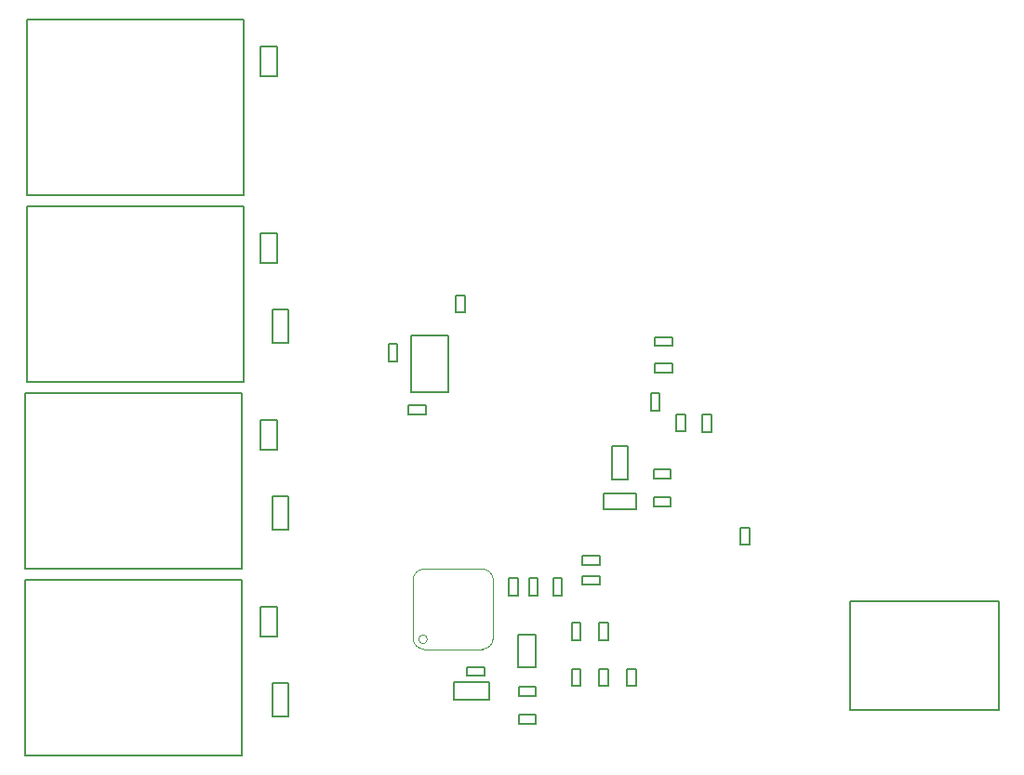
<source format=gbr>
%TF.GenerationSoftware,Altium Limited,Altium Designer,25.3.3 (18)*%
G04 Layer_Color=8388736*
%FSLAX45Y45*%
%MOMM*%
%TF.SameCoordinates,ACD2DE35-000D-4175-8758-006393140AE5*%
%TF.FilePolarity,Positive*%
%TF.FileFunction,Other,Top_3D_Body*%
%TF.Part,Single*%
G01*
G75*
%TA.AperFunction,NonConductor*%
%ADD53C,0.20000*%
%ADD58C,0.10000*%
D53*
X13130000Y4520000D02*
Y4680000D01*
X12810001D02*
X13130000D01*
X12810001Y4520000D02*
Y4680000D01*
Y4520000D02*
X13130000D01*
X13570000Y5470000D02*
Y5630000D01*
X13489999Y5470000D02*
X13570000D01*
X13489999D02*
Y5630000D01*
X13570000D01*
X13710001Y5630000D02*
X13789999D01*
X13710001Y5470000D02*
Y5630000D01*
Y5470000D02*
X13789999D01*
Y5630000D01*
X13389999Y5470000D02*
Y5630000D01*
X13310001Y5470000D02*
X13389999D01*
X13310001D02*
Y5630000D01*
X13389999D01*
X13980415Y5832212D02*
X14140416D01*
Y5752213D02*
Y5832212D01*
X13980415Y5752213D02*
X14140416D01*
X13980415D02*
Y5832212D01*
X13394701Y4820702D02*
Y5110698D01*
Y4820702D02*
X13554700D01*
Y5110698D01*
X13394701D02*
X13554700D01*
X13980000Y5570000D02*
Y5650000D01*
Y5570000D02*
X14139999D01*
Y5650000D01*
X13980000D02*
X14139999D01*
X11156798Y7774798D02*
X11296802D01*
X11156798D02*
Y8074802D01*
X11296802D01*
Y7774798D02*
Y8074802D01*
X14639301Y7503800D02*
Y7583800D01*
Y7503800D02*
X14799300D01*
Y7583800D01*
X14639301D02*
X14799300D01*
X15067500Y7117500D02*
X15152499D01*
X15067500Y6962500D02*
Y7117500D01*
Y6962500D02*
X15152499D01*
Y7117500D01*
X14827499Y7119039D02*
X14912500D01*
X14827499Y6964039D02*
Y7119039D01*
Y6964039D02*
X14912500D01*
Y7119039D01*
X15417500Y6087500D02*
X15502499D01*
X15417500Y5932500D02*
Y6087500D01*
Y5932500D02*
X15502499D01*
Y6087500D01*
X14629100Y6367099D02*
X14784100D01*
Y6282101D02*
Y6367099D01*
X14629100Y6282101D02*
X14784100D01*
X14629100D02*
Y6367099D01*
X14170000Y6400000D02*
X14470000D01*
X14170000Y6260000D02*
Y6400000D01*
Y6260000D02*
X14470000D01*
Y6400000D01*
X8908298Y5715102D02*
Y7315098D01*
Y5715102D02*
X10878302D01*
Y7315098D01*
X8908298D02*
X10878302D01*
X8920998Y9118702D02*
Y10718698D01*
Y9118702D02*
X10891002D01*
Y10718698D01*
X8920998D02*
X10891002D01*
X11296802Y4371198D02*
Y4671202D01*
X11156798D02*
X11296802D01*
X11156798Y4371198D02*
Y4671202D01*
Y4371198D02*
X11296802D01*
Y6072998D02*
Y6373002D01*
X11156798D02*
X11296802D01*
X11156798Y6072998D02*
Y6373002D01*
Y6072998D02*
X11296802D01*
X8908298Y5613298D02*
X10878302D01*
Y4013302D02*
Y5613298D01*
X8908298Y4013302D02*
X10878302D01*
X8908298D02*
Y5613298D01*
X8920998Y9016898D02*
X10891002D01*
Y7416902D02*
Y9016898D01*
X8920998Y7416902D02*
X10891002D01*
X8920998D02*
Y9016898D01*
X11047700Y5364902D02*
X11202700D01*
X11047700Y5099898D02*
Y5364902D01*
Y5099898D02*
X11202700D01*
Y5364902D01*
X11047700Y7066702D02*
X11202700D01*
X11047700Y6801698D02*
Y7066702D01*
Y6801698D02*
X11202700D01*
Y7066702D01*
X11047700Y8768502D02*
X11202700D01*
X11047700Y8503498D02*
Y8768502D01*
Y8503498D02*
X11202700D01*
Y8768502D01*
X11047700Y10470302D02*
X11202700D01*
X11047700Y10205298D02*
Y10470302D01*
Y10205298D02*
X11202700D01*
Y10470302D01*
X14784100Y6536101D02*
Y6621099D01*
X14629100D02*
X14784100D01*
X14629100Y6536101D02*
Y6621099D01*
Y6536101D02*
X14784100D01*
X14249998Y6529998D02*
X14390002D01*
X14249998D02*
Y6830002D01*
X14390002D01*
Y6529998D02*
Y6830002D01*
X12418202Y7324400D02*
X12753198D01*
Y7839400D01*
X12418202D02*
X12753198D01*
X12418202Y7324400D02*
Y7839400D01*
X14683099Y7153600D02*
Y7313600D01*
X14603101Y7153600D02*
X14683099D01*
X14603101D02*
Y7313600D01*
X14683099D01*
X14130701Y4646900D02*
X14215698D01*
Y4801900D01*
X14130701D02*
X14215698D01*
X14130701Y4646900D02*
Y4801900D01*
X16416801Y4424202D02*
Y5419202D01*
X17766801D01*
Y4424202D02*
Y5419202D01*
X16416801Y4424202D02*
X17766801D01*
X14130701Y5066000D02*
Y5221000D01*
X14215698D01*
Y5066000D02*
Y5221000D01*
X14130701Y5066000D02*
X14215698D01*
X13879201Y5063500D02*
Y5223500D01*
X13959200D01*
Y5063500D02*
Y5223500D01*
X13879201Y5063500D02*
X13959200D01*
X14639301Y7745100D02*
Y7825100D01*
Y7745100D02*
X14799300D01*
Y7825100D01*
X14639301D02*
X14799300D01*
X12391400Y7122800D02*
Y7202800D01*
Y7122800D02*
X12551400D01*
Y7202800D01*
X12391400D02*
X12551400D01*
X12215500Y7603500D02*
X12295500D01*
Y7763500D01*
X12215500D02*
X12295500D01*
X12215500Y7603500D02*
Y7763500D01*
X12930000Y4740000D02*
X13089999D01*
X12930000D02*
Y4820000D01*
X13089999D01*
Y4740000D02*
Y4820000D01*
X13397200Y4639899D02*
X13552200D01*
Y4554901D02*
Y4639899D01*
X13397200Y4554901D02*
X13552200D01*
X13397200D02*
Y4639899D01*
X12822601Y8050500D02*
X12907599D01*
Y8205500D01*
X12822601D02*
X12907599D01*
X12822601Y8050500D02*
Y8205500D01*
X13397200Y4300901D02*
X13552200D01*
X13397200D02*
Y4385899D01*
X13552200D01*
Y4300901D02*
Y4385899D01*
X13879201Y4644400D02*
Y4804400D01*
X13959200D01*
Y4644400D02*
Y4804400D01*
X13879201Y4644400D02*
X13959200D01*
X14469699Y4646900D02*
Y4801900D01*
X14384702Y4646900D02*
X14469699D01*
X14384702D02*
Y4801900D01*
X14469699D01*
D58*
X12566600Y5071700D02*
G03*
X12566600Y5071700I-40000J0D01*
G01*
X12436600Y5081700D02*
G03*
X12536600Y4981700I100000J0D01*
G01*
X13066600D02*
G03*
X13166600Y5081700I0J100000D01*
G01*
Y5611700D02*
G03*
X13066600Y5711700I-100000J0D01*
G01*
X12536600D02*
G03*
X12436600Y5611700I0J-100000D01*
G01*
X12536602Y5711698D02*
X13066599D01*
X13166599Y5081702D02*
Y5611698D01*
X12436602Y5081702D02*
Y5611698D01*
X12536602Y4981702D02*
X13066599D01*
%TF.MD5,1cdc29fd2dc531ecf323482e1816872b*%
M02*

</source>
